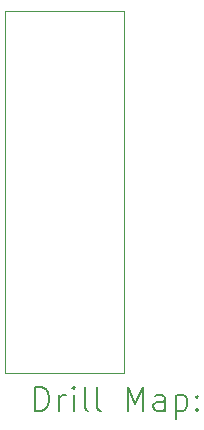
<source format=gbr>
%FSLAX45Y45*%
G04 Gerber Fmt 4.5, Leading zero omitted, Abs format (unit mm)*
G04 Created by KiCad (PCBNEW 6.0.4-6f826c9f35~116~ubuntu20.04.1) date 2022-04-29 20:49:02*
%MOMM*%
%LPD*%
G01*
G04 APERTURE LIST*
%TA.AperFunction,Profile*%
%ADD10C,0.100000*%
%TD*%
%ADD11C,0.200000*%
G04 APERTURE END LIST*
D10*
X3610000Y-6520000D02*
X3610000Y-3450000D01*
X4610000Y-3450000D02*
X4610000Y-6520000D01*
X3610000Y-6520000D02*
X4610000Y-6520000D01*
X3610000Y-3450000D02*
X4610000Y-3450000D01*
D11*
X3862619Y-6835476D02*
X3862619Y-6635476D01*
X3910238Y-6635476D01*
X3938809Y-6645000D01*
X3957857Y-6664048D01*
X3967381Y-6683095D01*
X3976905Y-6721190D01*
X3976905Y-6749762D01*
X3967381Y-6787857D01*
X3957857Y-6806905D01*
X3938809Y-6825952D01*
X3910238Y-6835476D01*
X3862619Y-6835476D01*
X4062619Y-6835476D02*
X4062619Y-6702143D01*
X4062619Y-6740238D02*
X4072143Y-6721190D01*
X4081667Y-6711667D01*
X4100714Y-6702143D01*
X4119762Y-6702143D01*
X4186428Y-6835476D02*
X4186428Y-6702143D01*
X4186428Y-6635476D02*
X4176905Y-6645000D01*
X4186428Y-6654524D01*
X4195952Y-6645000D01*
X4186428Y-6635476D01*
X4186428Y-6654524D01*
X4310238Y-6835476D02*
X4291190Y-6825952D01*
X4281667Y-6806905D01*
X4281667Y-6635476D01*
X4415000Y-6835476D02*
X4395952Y-6825952D01*
X4386429Y-6806905D01*
X4386429Y-6635476D01*
X4643571Y-6835476D02*
X4643571Y-6635476D01*
X4710238Y-6778333D01*
X4776905Y-6635476D01*
X4776905Y-6835476D01*
X4957857Y-6835476D02*
X4957857Y-6730714D01*
X4948333Y-6711667D01*
X4929286Y-6702143D01*
X4891190Y-6702143D01*
X4872143Y-6711667D01*
X4957857Y-6825952D02*
X4938810Y-6835476D01*
X4891190Y-6835476D01*
X4872143Y-6825952D01*
X4862619Y-6806905D01*
X4862619Y-6787857D01*
X4872143Y-6768809D01*
X4891190Y-6759286D01*
X4938810Y-6759286D01*
X4957857Y-6749762D01*
X5053095Y-6702143D02*
X5053095Y-6902143D01*
X5053095Y-6711667D02*
X5072143Y-6702143D01*
X5110238Y-6702143D01*
X5129286Y-6711667D01*
X5138810Y-6721190D01*
X5148333Y-6740238D01*
X5148333Y-6797381D01*
X5138810Y-6816428D01*
X5129286Y-6825952D01*
X5110238Y-6835476D01*
X5072143Y-6835476D01*
X5053095Y-6825952D01*
X5234048Y-6816428D02*
X5243571Y-6825952D01*
X5234048Y-6835476D01*
X5224524Y-6825952D01*
X5234048Y-6816428D01*
X5234048Y-6835476D01*
X5234048Y-6711667D02*
X5243571Y-6721190D01*
X5234048Y-6730714D01*
X5224524Y-6721190D01*
X5234048Y-6711667D01*
X5234048Y-6730714D01*
M02*

</source>
